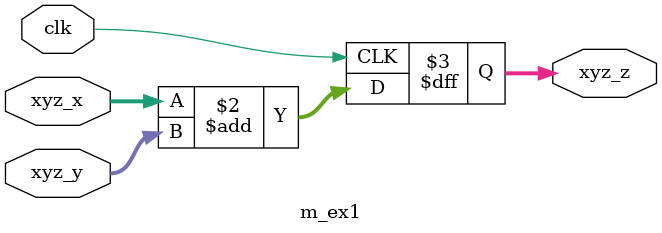
<source format=v>


`timescale 1ns/10ps

module m_ex1 (
    clk,
    xyz_x,
    xyz_y,
    xyz_z
);


input clk;
input [7:0] xyz_x;
input [3:0] xyz_y;
output [8:0] xyz_z;
reg [8:0] xyz_z;




always @(posedge clk) begin: M_EX1_HDL
    xyz_z <= (xyz_x + xyz_y);
end

endmodule

</source>
